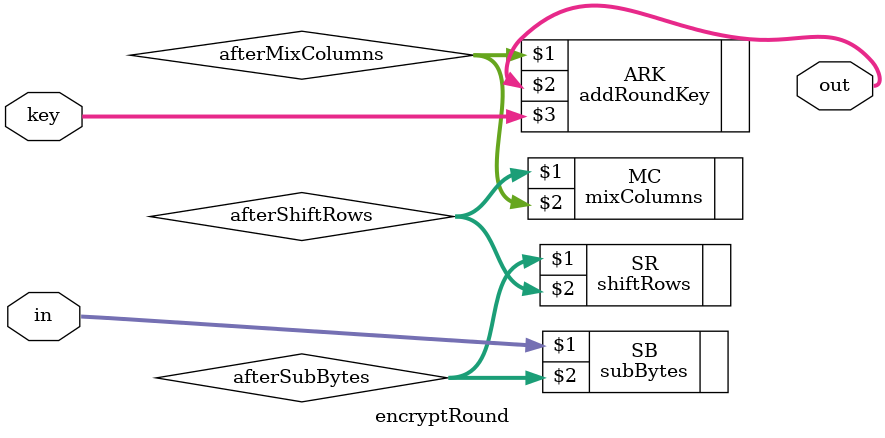
<source format=v>
module encryptRound(
                input   [127:0] in,
                output  [127:0] out,
                input   [127:0] key
            );

wire [127:0] afterSubBytes;
wire [127:0] afterShiftRows;
wire [127:0] afterMixColumns;
wire [127:0] afterAddroundKey;

subBytes SB(in,afterSubBytes);
shiftRows SR(afterSubBytes,afterShiftRows);
mixColumns MC(afterShiftRows,afterMixColumns);
addRoundKey ARK(afterMixColumns,out,key);
		
endmodule
</source>
